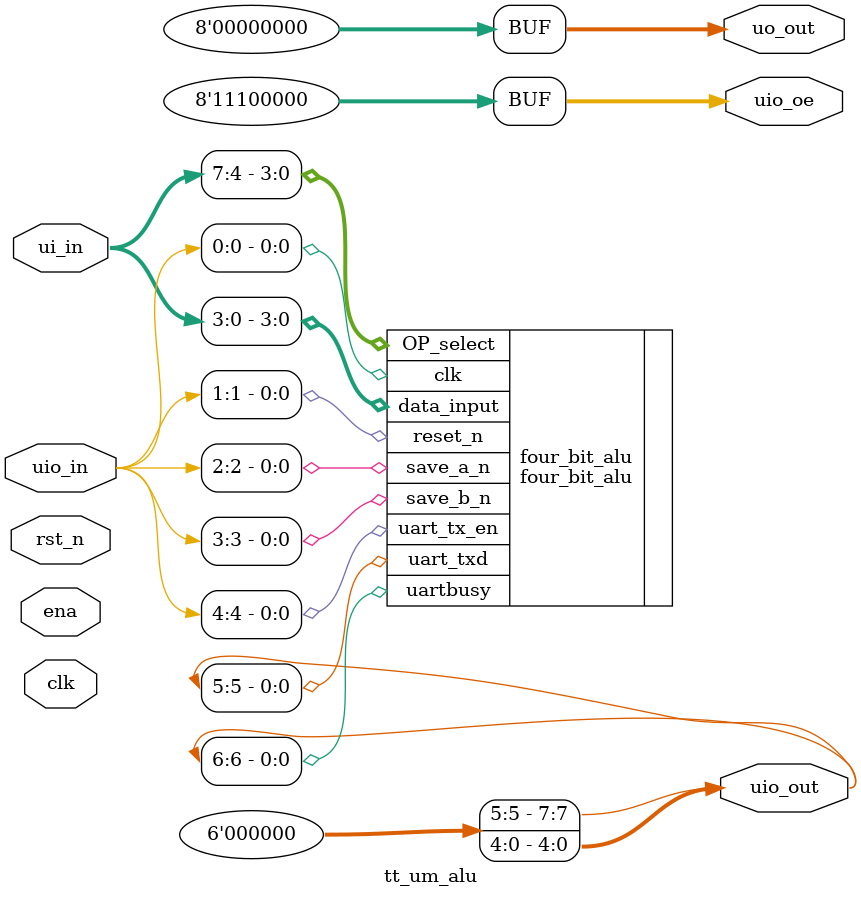
<source format=v>


`define default_netname none

module tt_um_alu (
    input  wire [7:0] ui_in,    // Dedicated inputs
    output wire [7:0] uo_out,   // Dedicated outputs
    input  wire [7:0] uio_in,   // IOs: Input path
    output wire [7:0] uio_out,  // IOs: Output path
    output wire [7:0] uio_oe,   // IOs: Enable path (active high: 0=input, 1=output)
    input  wire       ena,      // will go high when the design is enabled
    input  wire       clk,      // clock
    input  wire       rst_n     // reset_n - low to reset
);

  // Instantiation of the toptop module
 four_bit_alu four_bit_alu(
.clk(uio_in[0]),
.reset_n(uio_in[1]),
.save_a_n(uio_in[2]),
.save_b_n(uio_in[3]),
.data_input(ui_in[3:0]),
.OP_select(ui_in[7:4]),
.uartbusy(uio_out[6]),
.uart_tx_en (uio_in[4]),
 .uart_txd(uio_out[5])       
    );
    // Assigning the non-used output bits to 0
    assign uo_out [7:0] = 8'b00000000;
    assign uio_out [4:0] = 5'b00000;
    assign uio_out [7] = 1'b0;
    // Configuring uio_oe as output (assigning all bits to 1)
    assign uio_oe[7:0] = 8'b11100000;
endmodule

</source>
